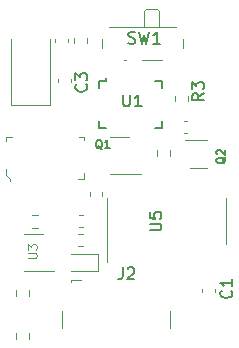
<source format=gbr>
%TF.GenerationSoftware,KiCad,Pcbnew,7.0.9-7.0.9~ubuntu22.04.1*%
%TF.CreationDate,2023-12-12T12:02:25+02:00*%
%TF.ProjectId,Haply_EE,4861706c-795f-4454-952e-6b696361645f,rev?*%
%TF.SameCoordinates,Original*%
%TF.FileFunction,Legend,Top*%
%TF.FilePolarity,Positive*%
%FSLAX46Y46*%
G04 Gerber Fmt 4.6, Leading zero omitted, Abs format (unit mm)*
G04 Created by KiCad (PCBNEW 7.0.9-7.0.9~ubuntu22.04.1) date 2023-12-12 12:02:25*
%MOMM*%
%LPD*%
G01*
G04 APERTURE LIST*
%ADD10C,0.150000*%
%ADD11C,0.125000*%
%ADD12C,0.120000*%
%ADD13C,0.100000*%
%ADD14C,0.152400*%
G04 APERTURE END LIST*
D10*
X132166666Y-115400819D02*
X132166666Y-116115104D01*
X132166666Y-116115104D02*
X132119047Y-116257961D01*
X132119047Y-116257961D02*
X132023809Y-116353200D01*
X132023809Y-116353200D02*
X131880952Y-116400819D01*
X131880952Y-116400819D02*
X131785714Y-116400819D01*
X132595238Y-115496057D02*
X132642857Y-115448438D01*
X132642857Y-115448438D02*
X132738095Y-115400819D01*
X132738095Y-115400819D02*
X132976190Y-115400819D01*
X132976190Y-115400819D02*
X133071428Y-115448438D01*
X133071428Y-115448438D02*
X133119047Y-115496057D01*
X133119047Y-115496057D02*
X133166666Y-115591295D01*
X133166666Y-115591295D02*
X133166666Y-115686533D01*
X133166666Y-115686533D02*
X133119047Y-115829390D01*
X133119047Y-115829390D02*
X132547619Y-116400819D01*
X132547619Y-116400819D02*
X133166666Y-116400819D01*
X139044819Y-100666666D02*
X138568628Y-100999999D01*
X139044819Y-101238094D02*
X138044819Y-101238094D01*
X138044819Y-101238094D02*
X138044819Y-100857142D01*
X138044819Y-100857142D02*
X138092438Y-100761904D01*
X138092438Y-100761904D02*
X138140057Y-100714285D01*
X138140057Y-100714285D02*
X138235295Y-100666666D01*
X138235295Y-100666666D02*
X138378152Y-100666666D01*
X138378152Y-100666666D02*
X138473390Y-100714285D01*
X138473390Y-100714285D02*
X138521009Y-100761904D01*
X138521009Y-100761904D02*
X138568628Y-100857142D01*
X138568628Y-100857142D02*
X138568628Y-101238094D01*
X138044819Y-100333332D02*
X138044819Y-99714285D01*
X138044819Y-99714285D02*
X138425771Y-100047618D01*
X138425771Y-100047618D02*
X138425771Y-99904761D01*
X138425771Y-99904761D02*
X138473390Y-99809523D01*
X138473390Y-99809523D02*
X138521009Y-99761904D01*
X138521009Y-99761904D02*
X138616247Y-99714285D01*
X138616247Y-99714285D02*
X138854342Y-99714285D01*
X138854342Y-99714285D02*
X138949580Y-99761904D01*
X138949580Y-99761904D02*
X138997200Y-99809523D01*
X138997200Y-99809523D02*
X139044819Y-99904761D01*
X139044819Y-99904761D02*
X139044819Y-100190475D01*
X139044819Y-100190475D02*
X138997200Y-100285713D01*
X138997200Y-100285713D02*
X138949580Y-100333332D01*
X129084580Y-99891666D02*
X129132200Y-99939285D01*
X129132200Y-99939285D02*
X129179819Y-100082142D01*
X129179819Y-100082142D02*
X129179819Y-100177380D01*
X129179819Y-100177380D02*
X129132200Y-100320237D01*
X129132200Y-100320237D02*
X129036961Y-100415475D01*
X129036961Y-100415475D02*
X128941723Y-100463094D01*
X128941723Y-100463094D02*
X128751247Y-100510713D01*
X128751247Y-100510713D02*
X128608390Y-100510713D01*
X128608390Y-100510713D02*
X128417914Y-100463094D01*
X128417914Y-100463094D02*
X128322676Y-100415475D01*
X128322676Y-100415475D02*
X128227438Y-100320237D01*
X128227438Y-100320237D02*
X128179819Y-100177380D01*
X128179819Y-100177380D02*
X128179819Y-100082142D01*
X128179819Y-100082142D02*
X128227438Y-99939285D01*
X128227438Y-99939285D02*
X128275057Y-99891666D01*
X128179819Y-99558332D02*
X128179819Y-98939285D01*
X128179819Y-98939285D02*
X128560771Y-99272618D01*
X128560771Y-99272618D02*
X128560771Y-99129761D01*
X128560771Y-99129761D02*
X128608390Y-99034523D01*
X128608390Y-99034523D02*
X128656009Y-98986904D01*
X128656009Y-98986904D02*
X128751247Y-98939285D01*
X128751247Y-98939285D02*
X128989342Y-98939285D01*
X128989342Y-98939285D02*
X129084580Y-98986904D01*
X129084580Y-98986904D02*
X129132200Y-99034523D01*
X129132200Y-99034523D02*
X129179819Y-99129761D01*
X129179819Y-99129761D02*
X129179819Y-99415475D01*
X129179819Y-99415475D02*
X129132200Y-99510713D01*
X129132200Y-99510713D02*
X129084580Y-99558332D01*
X141359580Y-117366666D02*
X141407200Y-117414285D01*
X141407200Y-117414285D02*
X141454819Y-117557142D01*
X141454819Y-117557142D02*
X141454819Y-117652380D01*
X141454819Y-117652380D02*
X141407200Y-117795237D01*
X141407200Y-117795237D02*
X141311961Y-117890475D01*
X141311961Y-117890475D02*
X141216723Y-117938094D01*
X141216723Y-117938094D02*
X141026247Y-117985713D01*
X141026247Y-117985713D02*
X140883390Y-117985713D01*
X140883390Y-117985713D02*
X140692914Y-117938094D01*
X140692914Y-117938094D02*
X140597676Y-117890475D01*
X140597676Y-117890475D02*
X140502438Y-117795237D01*
X140502438Y-117795237D02*
X140454819Y-117652380D01*
X140454819Y-117652380D02*
X140454819Y-117557142D01*
X140454819Y-117557142D02*
X140502438Y-117414285D01*
X140502438Y-117414285D02*
X140550057Y-117366666D01*
X141454819Y-116414285D02*
X141454819Y-116985713D01*
X141454819Y-116699999D02*
X140454819Y-116699999D01*
X140454819Y-116699999D02*
X140597676Y-116795237D01*
X140597676Y-116795237D02*
X140692914Y-116890475D01*
X140692914Y-116890475D02*
X140740533Y-116985713D01*
X140882700Y-106066666D02*
X140849366Y-106133333D01*
X140849366Y-106133333D02*
X140782700Y-106200000D01*
X140782700Y-106200000D02*
X140682700Y-106300000D01*
X140682700Y-106300000D02*
X140649366Y-106366666D01*
X140649366Y-106366666D02*
X140649366Y-106433333D01*
X140816033Y-106400000D02*
X140782700Y-106466666D01*
X140782700Y-106466666D02*
X140716033Y-106533333D01*
X140716033Y-106533333D02*
X140582700Y-106566666D01*
X140582700Y-106566666D02*
X140349366Y-106566666D01*
X140349366Y-106566666D02*
X140216033Y-106533333D01*
X140216033Y-106533333D02*
X140149366Y-106466666D01*
X140149366Y-106466666D02*
X140116033Y-106400000D01*
X140116033Y-106400000D02*
X140116033Y-106266666D01*
X140116033Y-106266666D02*
X140149366Y-106200000D01*
X140149366Y-106200000D02*
X140216033Y-106133333D01*
X140216033Y-106133333D02*
X140349366Y-106100000D01*
X140349366Y-106100000D02*
X140582700Y-106100000D01*
X140582700Y-106100000D02*
X140716033Y-106133333D01*
X140716033Y-106133333D02*
X140782700Y-106200000D01*
X140782700Y-106200000D02*
X140816033Y-106266666D01*
X140816033Y-106266666D02*
X140816033Y-106400000D01*
X140182700Y-105833333D02*
X140149366Y-105800000D01*
X140149366Y-105800000D02*
X140116033Y-105733333D01*
X140116033Y-105733333D02*
X140116033Y-105566667D01*
X140116033Y-105566667D02*
X140149366Y-105500000D01*
X140149366Y-105500000D02*
X140182700Y-105466667D01*
X140182700Y-105466667D02*
X140249366Y-105433333D01*
X140249366Y-105433333D02*
X140316033Y-105433333D01*
X140316033Y-105433333D02*
X140416033Y-105466667D01*
X140416033Y-105466667D02*
X140816033Y-105866667D01*
X140816033Y-105866667D02*
X140816033Y-105433333D01*
D11*
X124160464Y-114601428D02*
X124767607Y-114601428D01*
X124767607Y-114601428D02*
X124839035Y-114565714D01*
X124839035Y-114565714D02*
X124874750Y-114530000D01*
X124874750Y-114530000D02*
X124910464Y-114458571D01*
X124910464Y-114458571D02*
X124910464Y-114315714D01*
X124910464Y-114315714D02*
X124874750Y-114244285D01*
X124874750Y-114244285D02*
X124839035Y-114208571D01*
X124839035Y-114208571D02*
X124767607Y-114172857D01*
X124767607Y-114172857D02*
X124160464Y-114172857D01*
X124160464Y-113887143D02*
X124160464Y-113422857D01*
X124160464Y-113422857D02*
X124446178Y-113672857D01*
X124446178Y-113672857D02*
X124446178Y-113565714D01*
X124446178Y-113565714D02*
X124481892Y-113494286D01*
X124481892Y-113494286D02*
X124517607Y-113458571D01*
X124517607Y-113458571D02*
X124589035Y-113422857D01*
X124589035Y-113422857D02*
X124767607Y-113422857D01*
X124767607Y-113422857D02*
X124839035Y-113458571D01*
X124839035Y-113458571D02*
X124874750Y-113494286D01*
X124874750Y-113494286D02*
X124910464Y-113565714D01*
X124910464Y-113565714D02*
X124910464Y-113780000D01*
X124910464Y-113780000D02*
X124874750Y-113851428D01*
X124874750Y-113851428D02*
X124839035Y-113887143D01*
D10*
X134454819Y-112261904D02*
X135264342Y-112261904D01*
X135264342Y-112261904D02*
X135359580Y-112214285D01*
X135359580Y-112214285D02*
X135407200Y-112166666D01*
X135407200Y-112166666D02*
X135454819Y-112071428D01*
X135454819Y-112071428D02*
X135454819Y-111880952D01*
X135454819Y-111880952D02*
X135407200Y-111785714D01*
X135407200Y-111785714D02*
X135359580Y-111738095D01*
X135359580Y-111738095D02*
X135264342Y-111690476D01*
X135264342Y-111690476D02*
X134454819Y-111690476D01*
X134454819Y-110738095D02*
X134454819Y-111214285D01*
X134454819Y-111214285D02*
X134931009Y-111261904D01*
X134931009Y-111261904D02*
X134883390Y-111214285D01*
X134883390Y-111214285D02*
X134835771Y-111119047D01*
X134835771Y-111119047D02*
X134835771Y-110880952D01*
X134835771Y-110880952D02*
X134883390Y-110785714D01*
X134883390Y-110785714D02*
X134931009Y-110738095D01*
X134931009Y-110738095D02*
X135026247Y-110690476D01*
X135026247Y-110690476D02*
X135264342Y-110690476D01*
X135264342Y-110690476D02*
X135359580Y-110738095D01*
X135359580Y-110738095D02*
X135407200Y-110785714D01*
X135407200Y-110785714D02*
X135454819Y-110880952D01*
X135454819Y-110880952D02*
X135454819Y-111119047D01*
X135454819Y-111119047D02*
X135407200Y-111214285D01*
X135407200Y-111214285D02*
X135359580Y-111261904D01*
X132666667Y-96407200D02*
X132809524Y-96454819D01*
X132809524Y-96454819D02*
X133047619Y-96454819D01*
X133047619Y-96454819D02*
X133142857Y-96407200D01*
X133142857Y-96407200D02*
X133190476Y-96359580D01*
X133190476Y-96359580D02*
X133238095Y-96264342D01*
X133238095Y-96264342D02*
X133238095Y-96169104D01*
X133238095Y-96169104D02*
X133190476Y-96073866D01*
X133190476Y-96073866D02*
X133142857Y-96026247D01*
X133142857Y-96026247D02*
X133047619Y-95978628D01*
X133047619Y-95978628D02*
X132857143Y-95931009D01*
X132857143Y-95931009D02*
X132761905Y-95883390D01*
X132761905Y-95883390D02*
X132714286Y-95835771D01*
X132714286Y-95835771D02*
X132666667Y-95740533D01*
X132666667Y-95740533D02*
X132666667Y-95645295D01*
X132666667Y-95645295D02*
X132714286Y-95550057D01*
X132714286Y-95550057D02*
X132761905Y-95502438D01*
X132761905Y-95502438D02*
X132857143Y-95454819D01*
X132857143Y-95454819D02*
X133095238Y-95454819D01*
X133095238Y-95454819D02*
X133238095Y-95502438D01*
X133571429Y-95454819D02*
X133809524Y-96454819D01*
X133809524Y-96454819D02*
X134000000Y-95740533D01*
X134000000Y-95740533D02*
X134190476Y-96454819D01*
X134190476Y-96454819D02*
X134428572Y-95454819D01*
X135333333Y-96454819D02*
X134761905Y-96454819D01*
X135047619Y-96454819D02*
X135047619Y-95454819D01*
X135047619Y-95454819D02*
X134952381Y-95597676D01*
X134952381Y-95597676D02*
X134857143Y-95692914D01*
X134857143Y-95692914D02*
X134761905Y-95740533D01*
X132205095Y-100762319D02*
X132205095Y-101571842D01*
X132205095Y-101571842D02*
X132252714Y-101667080D01*
X132252714Y-101667080D02*
X132300333Y-101714700D01*
X132300333Y-101714700D02*
X132395571Y-101762319D01*
X132395571Y-101762319D02*
X132586047Y-101762319D01*
X132586047Y-101762319D02*
X132681285Y-101714700D01*
X132681285Y-101714700D02*
X132728904Y-101667080D01*
X132728904Y-101667080D02*
X132776523Y-101571842D01*
X132776523Y-101571842D02*
X132776523Y-100762319D01*
X133776523Y-101762319D02*
X133205095Y-101762319D01*
X133490809Y-101762319D02*
X133490809Y-100762319D01*
X133490809Y-100762319D02*
X133395571Y-100905176D01*
X133395571Y-100905176D02*
X133300333Y-101000414D01*
X133300333Y-101000414D02*
X133205095Y-101048033D01*
X130433333Y-105382700D02*
X130366666Y-105349366D01*
X130366666Y-105349366D02*
X130300000Y-105282700D01*
X130300000Y-105282700D02*
X130200000Y-105182700D01*
X130200000Y-105182700D02*
X130133333Y-105149366D01*
X130133333Y-105149366D02*
X130066666Y-105149366D01*
X130100000Y-105316033D02*
X130033333Y-105282700D01*
X130033333Y-105282700D02*
X129966666Y-105216033D01*
X129966666Y-105216033D02*
X129933333Y-105082700D01*
X129933333Y-105082700D02*
X129933333Y-104849366D01*
X129933333Y-104849366D02*
X129966666Y-104716033D01*
X129966666Y-104716033D02*
X130033333Y-104649366D01*
X130033333Y-104649366D02*
X130100000Y-104616033D01*
X130100000Y-104616033D02*
X130233333Y-104616033D01*
X130233333Y-104616033D02*
X130300000Y-104649366D01*
X130300000Y-104649366D02*
X130366666Y-104716033D01*
X130366666Y-104716033D02*
X130400000Y-104849366D01*
X130400000Y-104849366D02*
X130400000Y-105082700D01*
X130400000Y-105082700D02*
X130366666Y-105216033D01*
X130366666Y-105216033D02*
X130300000Y-105282700D01*
X130300000Y-105282700D02*
X130233333Y-105316033D01*
X130233333Y-105316033D02*
X130100000Y-105316033D01*
X131066666Y-105316033D02*
X130666666Y-105316033D01*
X130866666Y-105316033D02*
X130866666Y-104616033D01*
X130866666Y-104616033D02*
X130799999Y-104716033D01*
X130799999Y-104716033D02*
X130733333Y-104782700D01*
X130733333Y-104782700D02*
X130666666Y-104816033D01*
D12*
%TO.C,R6*%
X123175500Y-121458258D02*
X123175500Y-120983742D01*
X124220500Y-121458258D02*
X124220500Y-120983742D01*
%TO.C,R4*%
X124539742Y-110983500D02*
X125014258Y-110983500D01*
X124539742Y-112028500D02*
X125014258Y-112028500D01*
%TO.C,C8*%
X137665580Y-104010000D02*
X137384420Y-104010000D01*
X137665580Y-102990000D02*
X137384420Y-102990000D01*
%TO.C,J2*%
X127022000Y-120526000D02*
X127022000Y-119116000D01*
X127842000Y-116446000D02*
X127842000Y-116596000D01*
X128642000Y-116446000D02*
X127842000Y-116446000D01*
X136182000Y-120526000D02*
X136182000Y-119116000D01*
%TO.C,D2*%
X130062500Y-115695000D02*
X130062500Y-114225000D01*
X130062500Y-114225000D02*
X127777500Y-114225000D01*
X127777500Y-115695000D02*
X130062500Y-115695000D01*
%TO.C,C5*%
X129390000Y-109315580D02*
X129390000Y-109034420D01*
X130410000Y-109315580D02*
X130410000Y-109034420D01*
%TO.C,R5*%
X128842258Y-113602500D02*
X128367742Y-113602500D01*
X128842258Y-112557500D02*
X128367742Y-112557500D01*
%TO.C,R7*%
X123175500Y-117776258D02*
X123175500Y-117301742D01*
X124220500Y-117776258D02*
X124220500Y-117301742D01*
%TO.C,R2*%
X128077500Y-96437258D02*
X128077500Y-95962742D01*
X129122500Y-96437258D02*
X129122500Y-95962742D01*
%TO.C,R1*%
X136158500Y-105489742D02*
X136158500Y-105964258D01*
X135113500Y-105489742D02*
X135113500Y-105964258D01*
%TO.C,R3*%
X137682500Y-100854742D02*
X137682500Y-101329258D01*
X136637500Y-100854742D02*
X136637500Y-101329258D01*
D13*
%TO.C,U2*%
X122325000Y-104325000D02*
X122325000Y-104725000D01*
X122325000Y-107075000D02*
X122325000Y-107550000D01*
X122325000Y-107550000D02*
X122625000Y-107875000D01*
X122625000Y-107875000D02*
X122625000Y-108070000D01*
X122825000Y-104325000D02*
X122325000Y-104325000D01*
X128500000Y-104325000D02*
X128875000Y-104325000D01*
X128875000Y-104325000D02*
X128875000Y-104625000D01*
X128875000Y-107400000D02*
X128875000Y-107875000D01*
X128875000Y-107875000D02*
X128425000Y-107875000D01*
D12*
%TO.C,C3*%
X126744000Y-99721580D02*
X126744000Y-99440420D01*
X127764000Y-99721580D02*
X127764000Y-99440420D01*
%TO.C,C2*%
X128504420Y-110980000D02*
X128785580Y-110980000D01*
X128504420Y-112000000D02*
X128785580Y-112000000D01*
%TO.C,C1*%
X138936000Y-117501580D02*
X138936000Y-117220420D01*
X139956000Y-117501580D02*
X139956000Y-117220420D01*
%TO.C,Q2*%
X137918000Y-106966000D02*
X139318000Y-106966000D01*
X139318000Y-104646000D02*
X137418000Y-104646000D01*
%TO.C,U3*%
X124592500Y-115672000D02*
X126392500Y-115672000D01*
X124592500Y-115672000D02*
X123792500Y-115672000D01*
X124592500Y-112552000D02*
X125392500Y-112552000D01*
X124592500Y-112552000D02*
X123792500Y-112552000D01*
%TO.C,U5*%
X130830000Y-111506000D02*
X130830000Y-114956000D01*
X130830000Y-111506000D02*
X130830000Y-109556000D01*
X140950000Y-111506000D02*
X140950000Y-113456000D01*
X140950000Y-111506000D02*
X140950000Y-109556000D01*
%TO.C,SW1*%
X137325000Y-96815000D02*
X137325000Y-96025000D01*
X136725000Y-95015000D02*
X131025000Y-95015000D01*
X135475000Y-97865000D02*
X133775000Y-97865000D01*
X135275000Y-95015000D02*
X135275000Y-93725000D01*
X135275000Y-93725000D02*
X135075000Y-93515000D01*
X135075000Y-93515000D02*
X134175000Y-93515000D01*
X133975000Y-93725000D02*
X134175000Y-93515000D01*
X133975000Y-93725000D02*
X133975000Y-95015000D01*
X132475000Y-97865000D02*
X132275000Y-97865000D01*
X130425000Y-96025000D02*
X130425000Y-96815000D01*
D14*
%TO.C,U1*%
X130142000Y-99600000D02*
X130142000Y-100200000D01*
X130142000Y-103000000D02*
X130142000Y-103600000D01*
X130142000Y-103600000D02*
X130742000Y-103600000D01*
X130742000Y-99600000D02*
X130142000Y-99600000D01*
X130742000Y-99600000D02*
X130742000Y-99400000D01*
X134942000Y-103600000D02*
X135542000Y-103600000D01*
X135542000Y-99600000D02*
X134942000Y-99600000D01*
X135542000Y-100200000D02*
X135542000Y-99600000D01*
X135542000Y-103600000D02*
X135542000Y-103000000D01*
D12*
%TO.C,C4*%
X126490000Y-96340580D02*
X126490000Y-96059420D01*
X127510000Y-96340580D02*
X127510000Y-96059420D01*
%TO.C,D1*%
X122730000Y-101607500D02*
X126030000Y-101607500D01*
X122730000Y-101607500D02*
X122730000Y-96097500D01*
X126030000Y-101607500D02*
X126030000Y-96097500D01*
%TO.C,Q1*%
X131947500Y-107478000D02*
X133747500Y-107478000D01*
X131947500Y-107478000D02*
X131147500Y-107478000D01*
X131947500Y-104358000D02*
X132747500Y-104358000D01*
X131947500Y-104358000D02*
X131147500Y-104358000D01*
%TD*%
M02*

</source>
